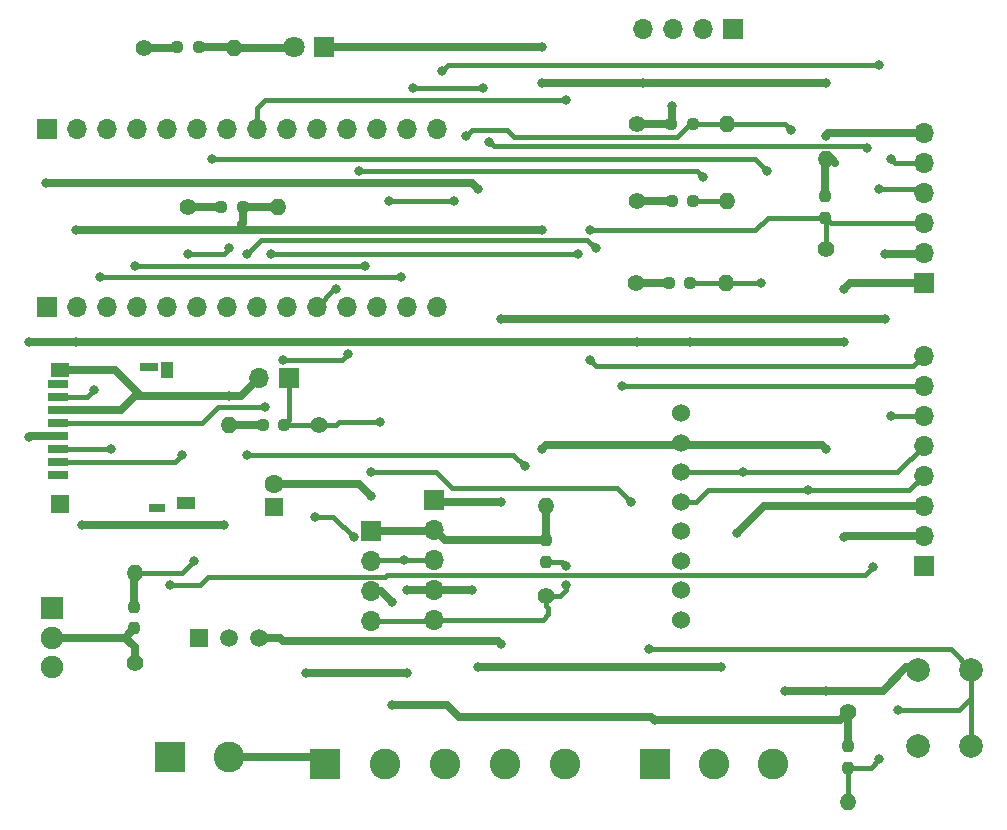
<source format=gbr>
%TF.GenerationSoftware,KiCad,Pcbnew,8.0.6-8.0.6-0~ubuntu24.04.1*%
%TF.CreationDate,2024-11-15T18:56:02-05:00*%
%TF.ProjectId,sweet-p,73776565-742d-4702-9e6b-696361645f70,rev?*%
%TF.SameCoordinates,Original*%
%TF.FileFunction,Copper,L1,Top*%
%TF.FilePolarity,Positive*%
%FSLAX46Y46*%
G04 Gerber Fmt 4.6, Leading zero omitted, Abs format (unit mm)*
G04 Created by KiCad (PCBNEW 8.0.6-8.0.6-0~ubuntu24.04.1) date 2024-11-15 18:56:02*
%MOMM*%
%LPD*%
G01*
G04 APERTURE LIST*
G04 Aperture macros list*
%AMRoundRect*
0 Rectangle with rounded corners*
0 $1 Rounding radius*
0 $2 $3 $4 $5 $6 $7 $8 $9 X,Y pos of 4 corners*
0 Add a 4 corners polygon primitive as box body*
4,1,4,$2,$3,$4,$5,$6,$7,$8,$9,$2,$3,0*
0 Add four circle primitives for the rounded corners*
1,1,$1+$1,$2,$3*
1,1,$1+$1,$4,$5*
1,1,$1+$1,$6,$7*
1,1,$1+$1,$8,$9*
0 Add four rect primitives between the rounded corners*
20,1,$1+$1,$2,$3,$4,$5,0*
20,1,$1+$1,$4,$5,$6,$7,0*
20,1,$1+$1,$6,$7,$8,$9,0*
20,1,$1+$1,$8,$9,$2,$3,0*%
G04 Aperture macros list end*
%TA.AperFunction,ComponentPad*%
%ADD10C,2.000000*%
%TD*%
%TA.AperFunction,ComponentPad*%
%ADD11C,1.400000*%
%TD*%
%TA.AperFunction,ComponentPad*%
%ADD12O,1.400000X1.400000*%
%TD*%
%TA.AperFunction,SMDPad,CuDef*%
%ADD13RoundRect,0.237500X-0.237500X0.250000X-0.237500X-0.250000X0.237500X-0.250000X0.237500X0.250000X0*%
%TD*%
%TA.AperFunction,ComponentPad*%
%ADD14R,1.900000X1.900000*%
%TD*%
%TA.AperFunction,ComponentPad*%
%ADD15C,1.900000*%
%TD*%
%TA.AperFunction,ComponentPad*%
%ADD16R,1.700000X1.700000*%
%TD*%
%TA.AperFunction,ComponentPad*%
%ADD17O,1.700000X1.700000*%
%TD*%
%TA.AperFunction,ComponentPad*%
%ADD18R,1.800000X1.800000*%
%TD*%
%TA.AperFunction,ComponentPad*%
%ADD19C,1.800000*%
%TD*%
%TA.AperFunction,ComponentPad*%
%ADD20R,2.600000X2.600000*%
%TD*%
%TA.AperFunction,ComponentPad*%
%ADD21C,2.600000*%
%TD*%
%TA.AperFunction,SMDPad,CuDef*%
%ADD22RoundRect,0.237500X0.237500X-0.250000X0.237500X0.250000X-0.237500X0.250000X-0.237500X-0.250000X0*%
%TD*%
%TA.AperFunction,ComponentPad*%
%ADD23R,1.508000X1.508000*%
%TD*%
%TA.AperFunction,ComponentPad*%
%ADD24C,1.508000*%
%TD*%
%TA.AperFunction,ComponentPad*%
%ADD25R,1.600000X1.600000*%
%TD*%
%TA.AperFunction,ComponentPad*%
%ADD26C,1.600000*%
%TD*%
%TA.AperFunction,ComponentPad*%
%ADD27C,1.524000*%
%TD*%
%TA.AperFunction,SMDPad,CuDef*%
%ADD28R,1.750000X0.700000*%
%TD*%
%TA.AperFunction,SMDPad,CuDef*%
%ADD29R,1.500000X1.300000*%
%TD*%
%TA.AperFunction,SMDPad,CuDef*%
%ADD30R,1.500000X0.800000*%
%TD*%
%TA.AperFunction,SMDPad,CuDef*%
%ADD31R,1.400000X0.800000*%
%TD*%
%TA.AperFunction,SMDPad,CuDef*%
%ADD32R,1.500000X1.500000*%
%TD*%
%TA.AperFunction,SMDPad,CuDef*%
%ADD33R,1.550000X1.000000*%
%TD*%
%TA.AperFunction,SMDPad,CuDef*%
%ADD34R,1.000000X1.450000*%
%TD*%
%TA.AperFunction,SMDPad,CuDef*%
%ADD35RoundRect,0.237500X0.250000X0.237500X-0.250000X0.237500X-0.250000X-0.237500X0.250000X-0.237500X0*%
%TD*%
%TA.AperFunction,SMDPad,CuDef*%
%ADD36RoundRect,0.237500X-0.250000X-0.237500X0.250000X-0.237500X0.250000X0.237500X-0.250000X0.237500X0*%
%TD*%
%TA.AperFunction,ViaPad*%
%ADD37C,0.800000*%
%TD*%
%TA.AperFunction,Conductor*%
%ADD38C,0.400000*%
%TD*%
%TA.AperFunction,Conductor*%
%ADD39C,0.700000*%
%TD*%
G04 APERTURE END LIST*
D10*
%TO.P,SW1,1,1*%
%TO.N,A5*%
X106800000Y-78200000D03*
X106800000Y-84700000D03*
%TO.P,SW1,2,2*%
%TO.N,GND*%
X102300000Y-78200000D03*
X102300000Y-84700000D03*
%TD*%
D11*
%TO.P,R4,1*%
%TO.N,+3V3*%
X96400000Y-81790000D03*
D12*
%TO.P,R4,2*%
%TO.N,A5*%
X96400000Y-89410000D03*
%TD*%
D13*
%TO.P,R3,1*%
%TO.N,+3V3*%
X96400000Y-84687500D03*
%TO.P,R3,2*%
%TO.N,A5*%
X96400000Y-86512500D03*
%TD*%
D14*
%TO.P,S2,1*%
%TO.N,Net-(U8-+VIN)*%
X29000000Y-73000000D03*
D15*
%TO.P,S2,2*%
%TO.N,VEXT*%
X29000000Y-75500000D03*
%TO.P,S2,3*%
%TO.N,unconnected-(S2-Pad3)*%
X29000000Y-78000000D03*
%TD*%
D16*
%TO.P,U1,1,VDD*%
%TO.N,5V_DC*%
X61310000Y-63832500D03*
D17*
%TO.P,U1,2,GND*%
%TO.N,GND*%
X61310000Y-66372500D03*
%TO.P,U1,3,DELAY*%
%TO.N,Net-(J3-Pin_2)*%
X61310000Y-68912500D03*
%TO.P,U1,4,DRIVE*%
%TO.N,5V_TIMER*%
X61310000Y-71452500D03*
%TO.P,U1,5,DONE*%
%TO.N,DONE*%
X61310000Y-73992500D03*
%TD*%
D11*
%TO.P,R19,1*%
%TO.N,DONE*%
X70810000Y-72002500D03*
D12*
%TO.P,R19,2*%
%TO.N,GND*%
X70810000Y-64382500D03*
%TD*%
D18*
%TO.P,D1,1,K*%
%TO.N,GND*%
X52040000Y-25500000D03*
D19*
%TO.P,D1,2,A*%
%TO.N,Net-(D1-A)*%
X49500000Y-25500000D03*
%TD*%
D11*
%TO.P,R6,1*%
%TO.N,+3V3*%
X78380000Y-45500000D03*
D12*
%TO.P,R6,2*%
%TO.N,ONEWIRE_11*%
X86000000Y-45500000D03*
%TD*%
D20*
%TO.P,J2,1,Pin_1*%
%TO.N,VEXT*%
X39000000Y-85600000D03*
D21*
%TO.P,J2,2,Pin_2*%
%TO.N,GND*%
X44000000Y-85600000D03*
%TD*%
D22*
%TO.P,R14,1*%
%TO.N,VEXT*%
X35950000Y-74722500D03*
%TO.P,R14,2*%
%TO.N,BATT_A1*%
X35950000Y-72897500D03*
%TD*%
D20*
%TO.P,J1,1,Pin_1*%
%TO.N,+3V3*%
X80000000Y-86200000D03*
D21*
%TO.P,J1,2,Pin_2*%
%TO.N,ONEWIRE_11*%
X85000000Y-86200000D03*
%TO.P,J1,3,Pin_3*%
%TO.N,GND*%
X90000000Y-86200000D03*
%TD*%
D23*
%TO.P,U8,1,+VIN*%
%TO.N,Net-(U8-+VIN)*%
X41420000Y-75500000D03*
D24*
%TO.P,U8,2,GND*%
%TO.N,GND*%
X43960000Y-75500000D03*
%TO.P,U8,3,+VOUT*%
%TO.N,5V_DC*%
X46500000Y-75500000D03*
%TD*%
D25*
%TO.P,C2,1*%
%TO.N,5V_TIMER*%
X47750000Y-64455113D03*
D26*
%TO.P,C2,2*%
%TO.N,GND*%
X47750000Y-62455113D03*
%TD*%
D22*
%TO.P,R20,1*%
%TO.N,DONE*%
X70810000Y-69065000D03*
%TO.P,R20,2*%
%TO.N,GND*%
X70810000Y-67240000D03*
%TD*%
D27*
%TO.P,U7,1,VIN*%
%TO.N,+3V3*%
X82200000Y-56500000D03*
%TO.P,U7,2,GND*%
%TO.N,GND*%
X82200000Y-59000000D03*
%TO.P,U7,3,SCL*%
%TO.N,SCL*%
X82200000Y-61500000D03*
%TO.P,U7,4,SDA*%
%TO.N,SDA*%
X82200000Y-64000000D03*
%TO.P,U7,5,VBAT*%
%TO.N,unconnected-(U7-VBAT-Pad5)*%
X82200000Y-66500000D03*
%TO.P,U7,6,32K*%
%TO.N,unconnected-(U7-32K-Pad6)*%
X82200000Y-69000000D03*
%TO.P,U7,7,SQW*%
%TO.N,unconnected-(U7-SQW-Pad7)*%
X82200000Y-71500000D03*
%TO.P,U7,8,RST*%
%TO.N,unconnected-(U7-RST-Pad8)*%
X82200000Y-74000000D03*
%TD*%
D28*
%TO.P,J10,1,DAT2*%
%TO.N,unconnected-(J10-DAT2-Pad1)*%
X29500000Y-61700000D03*
%TO.P,J10,2,DAT3/CD*%
%TO.N,SD_CS*%
X29500000Y-60600000D03*
%TO.P,J10,3,CMD*%
%TO.N,MOSI*%
X29500000Y-59500000D03*
%TO.P,J10,4,VDD*%
%TO.N,+3V3*%
X29500000Y-58400000D03*
%TO.P,J10,5,CLK*%
%TO.N,SCK*%
X29500000Y-57300000D03*
%TO.P,J10,6,VSS*%
%TO.N,GND*%
X29500000Y-56200000D03*
%TO.P,J10,7,DAT0*%
%TO.N,MISO*%
X29500000Y-55100000D03*
%TO.P,J10,8,DAT1*%
%TO.N,unconnected-(J10-DAT1-Pad8)*%
X29500000Y-54000000D03*
D29*
%TO.P,J10,9,SHIELD*%
%TO.N,GND*%
X29625000Y-52800000D03*
D30*
%TO.P,J10,10*%
%TO.N,N/C*%
X37225000Y-52550000D03*
D31*
%TO.P,J10,11*%
X37875000Y-64500000D03*
D32*
%TO.P,J10,12*%
X29625000Y-64150000D03*
D33*
%TO.P,J10,A*%
X40300000Y-64100000D03*
D34*
%TO.P,J10,B*%
X38725000Y-52875000D03*
%TD*%
D11*
%TO.P,R17,1*%
%TO.N,SAT_EN*%
X94500000Y-42620000D03*
D12*
%TO.P,R17,2*%
%TO.N,GND*%
X94500000Y-35000000D03*
%TD*%
D11*
%TO.P,R13,1*%
%TO.N,VEXT*%
X36000000Y-77620000D03*
D12*
%TO.P,R13,2*%
%TO.N,BATT_A1*%
X36000000Y-70000000D03*
%TD*%
D22*
%TO.P,R18,1*%
%TO.N,SAT_EN*%
X94450000Y-39932500D03*
%TO.P,R18,2*%
%TO.N,GND*%
X94450000Y-38107500D03*
%TD*%
D16*
%TO.P,J6,1,Pin_1*%
%TO.N,Net-(J3-Pin_2)*%
X49040000Y-53500000D03*
D17*
%TO.P,J6,2,Pin_2*%
%TO.N,GND*%
X46500000Y-53500000D03*
%TD*%
D16*
%TO.P,J3,1,Pin_1*%
%TO.N,GND*%
X56000000Y-66500000D03*
D17*
%TO.P,J3,2,Pin_2*%
%TO.N,Net-(J3-Pin_2)*%
X56000000Y-69040000D03*
%TO.P,J3,3,Pin_3*%
%TO.N,+3V3*%
X56000000Y-71580000D03*
%TO.P,J3,4,Pin_4*%
%TO.N,DONE*%
X56000000Y-74120000D03*
%TD*%
D11*
%TO.P,R7,1*%
%TO.N,LED*%
X36800000Y-25600000D03*
D12*
%TO.P,R7,2*%
%TO.N,Net-(D1-A)*%
X44420000Y-25600000D03*
%TD*%
D35*
%TO.P,R1,1*%
%TO.N,Net-(J3-Pin_2)*%
X48642500Y-57500000D03*
%TO.P,R1,2*%
%TO.N,GND*%
X46817500Y-57500000D03*
%TD*%
D11*
%TO.P,R12,1*%
%TO.N,+3V3*%
X78500000Y-38500000D03*
D12*
%TO.P,R12,2*%
%TO.N,SCL*%
X86120000Y-38500000D03*
%TD*%
D36*
%TO.P,R16,1*%
%TO.N,BATT_A1*%
X43287500Y-39050000D03*
%TO.P,R16,2*%
%TO.N,GND*%
X45112500Y-39050000D03*
%TD*%
D16*
%TO.P,A2,1,RESET*%
%TO.N,unconnected-(A2-RESET-Pad1)*%
X28520000Y-47500000D03*
D17*
%TO.P,A2,2,3V*%
%TO.N,+3V3*%
X31060000Y-47500000D03*
%TO.P,A2,3,EN*%
%TO.N,unconnected-(A2-EN-Pad3)*%
X33600000Y-47500000D03*
%TO.P,A2,4,VHI*%
%TO.N,VHI*%
X36140000Y-47500000D03*
%TO.P,A2,5,A0*%
%TO.N,A0*%
X38680000Y-47500000D03*
%TO.P,A2,6,A1*%
%TO.N,BATT_A1*%
X41220000Y-47500000D03*
%TO.P,A2,7,A2*%
%TO.N,A2*%
X43760000Y-47500000D03*
%TO.P,A2,8,A3*%
%TO.N,A3*%
X46300000Y-47500000D03*
%TO.P,A2,9,A4*%
%TO.N,TX_A4*%
X48840000Y-47500000D03*
%TO.P,A2,10,A5*%
%TO.N,A5*%
X51380000Y-47500000D03*
%TO.P,A2,11,SCK*%
%TO.N,SCK*%
X53920000Y-47500000D03*
%TO.P,A2,12,M0*%
%TO.N,MOSI*%
X56460000Y-47500000D03*
%TO.P,A2,13,MI*%
%TO.N,MISO*%
X59000000Y-47500000D03*
%TO.P,A2,14,D2*%
%TO.N,RX_D2*%
X61540000Y-47500000D03*
%TO.P,A2,15,RX*%
%TO.N,RX*%
X61570000Y-32465000D03*
%TO.P,A2,16,TX*%
%TO.N,TX*%
X59030000Y-32465000D03*
%TO.P,A2,17,SDA*%
%TO.N,SDA*%
X56490000Y-32465000D03*
%TO.P,A2,18,SCL*%
%TO.N,SCL*%
X53950000Y-32465000D03*
%TO.P,A2,19,5!*%
%TO.N,unconnected-(A2-5!-Pad19)*%
X51410000Y-32465000D03*
%TO.P,A2,20,7*%
%TO.N,DONE*%
X48870000Y-32465000D03*
%TO.P,A2,21,9*%
%TO.N,SAT_EN*%
X46330000Y-32465000D03*
%TO.P,A2,22,10*%
%TO.N,SD_CS*%
X43790000Y-32465000D03*
%TO.P,A2,23,11*%
%TO.N,ONEWIRE_11*%
X41250000Y-32465000D03*
%TO.P,A2,24,12*%
%TO.N,D12*%
X38710000Y-32465000D03*
%TO.P,A2,25,13*%
%TO.N,LED*%
X36170000Y-32465000D03*
%TO.P,A2,26,USB*%
%TO.N,unconnected-(A2-USB-Pad26)*%
X33630000Y-32465000D03*
%TO.P,A2,27,GND*%
%TO.N,GND*%
X31090000Y-32465000D03*
D16*
%TO.P,A2,28,BAT*%
%TO.N,5V_TIMER*%
X28550000Y-32465000D03*
%TD*%
D11*
%TO.P,R2,1*%
%TO.N,Net-(J3-Pin_2)*%
X51540000Y-57500000D03*
D12*
%TO.P,R2,2*%
%TO.N,GND*%
X43920000Y-57500000D03*
%TD*%
D36*
%TO.P,R5,1*%
%TO.N,+3V3*%
X81175000Y-45500000D03*
%TO.P,R5,2*%
%TO.N,ONEWIRE_11*%
X83000000Y-45500000D03*
%TD*%
D16*
%TO.P,J7,1,Pin_1*%
%TO.N,+3V3*%
X102800000Y-45500000D03*
D17*
%TO.P,J7,2,Pin_2*%
%TO.N,5V_DC*%
X102800000Y-42960000D03*
%TO.P,J7,3,Pin_3*%
%TO.N,SAT_EN*%
X102800000Y-40420000D03*
%TO.P,J7,4,Pin_4*%
%TO.N,TX*%
X102800000Y-37880000D03*
%TO.P,J7,5,Pin_5*%
%TO.N,RX*%
X102800000Y-35340000D03*
%TO.P,J7,6,Pin_6*%
%TO.N,GND*%
X102800000Y-32800000D03*
%TD*%
D11*
%TO.P,R9,1*%
%TO.N,+3V3*%
X78500000Y-32000000D03*
D12*
%TO.P,R9,2*%
%TO.N,SDA*%
X86120000Y-32000000D03*
%TD*%
D36*
%TO.P,R10,1*%
%TO.N,+3V3*%
X81397500Y-32000000D03*
%TO.P,R10,2*%
%TO.N,SDA*%
X83222500Y-32000000D03*
%TD*%
D17*
%TO.P,J8,8,Pin_8*%
%TO.N,A3*%
X102762000Y-51638000D03*
%TO.P,J8,7,Pin_7*%
%TO.N,A2*%
X102762000Y-54178000D03*
%TO.P,J8,6,Pin_6*%
%TO.N,A0*%
X102762000Y-56718000D03*
%TO.P,J8,5,Pin_5*%
%TO.N,SCL*%
X102762000Y-59258000D03*
%TO.P,J8,4,Pin_4*%
%TO.N,SDA*%
X102762000Y-61798000D03*
%TO.P,J8,3,Pin_3*%
%TO.N,5V_TIMER*%
X102762000Y-64338000D03*
%TO.P,J8,2,Pin_2*%
%TO.N,+3V3*%
X102762000Y-66878000D03*
D16*
%TO.P,J8,1,Pin_1*%
%TO.N,GND*%
X102762000Y-69418000D03*
%TD*%
D36*
%TO.P,R8,1*%
%TO.N,LED*%
X39587500Y-25500000D03*
%TO.P,R8,2*%
%TO.N,Net-(D1-A)*%
X41412500Y-25500000D03*
%TD*%
%TO.P,R11,1*%
%TO.N,+3V3*%
X81432500Y-38500000D03*
%TO.P,R11,2*%
%TO.N,SCL*%
X83257500Y-38500000D03*
%TD*%
D17*
%TO.P,U4,1,GND*%
%TO.N,GND*%
X79000000Y-24000000D03*
%TO.P,U4,2,3V3*%
%TO.N,+3V3*%
X81540000Y-24000000D03*
%TO.P,U4,3,SCL*%
%TO.N,SCL*%
X84080000Y-24000000D03*
D16*
%TO.P,U4,4,SDA*%
%TO.N,SDA*%
X86620000Y-24000000D03*
%TD*%
D20*
%TO.P,J5,1,Pin_1*%
%TO.N,GND*%
X52080000Y-86200000D03*
D21*
%TO.P,J5,2,Pin_2*%
%TO.N,+3V3*%
X57160000Y-86200000D03*
%TO.P,J5,3,Pin_3*%
%TO.N,RX_D2*%
X62240000Y-86200000D03*
%TO.P,J5,4,Pin_4*%
%TO.N,TX_A4*%
X67320000Y-86200000D03*
%TO.P,J5,5,Pin_5*%
%TO.N,D12*%
X72400000Y-86200000D03*
%TD*%
D11*
%TO.P,R15,1*%
%TO.N,BATT_A1*%
X40500000Y-39000000D03*
D12*
%TO.P,R15,2*%
%TO.N,GND*%
X48120000Y-39000000D03*
%TD*%
D37*
%TO.N,A2*%
X77200000Y-54178000D03*
%TO.N,A5*%
X99000000Y-85800000D03*
X100600000Y-81600000D03*
%TO.N,TX*%
X98000000Y-34000000D03*
%TO.N,5V_TIMER*%
X87000000Y-66600000D03*
X85600000Y-78000000D03*
%TO.N,A0*%
X98500000Y-69500000D03*
X100000000Y-56718000D03*
%TO.N,SDA*%
X91500000Y-32500000D03*
X93000000Y-63000000D03*
%TO.N,SCL*%
X87500000Y-61500000D03*
%TO.N,A3*%
X74500000Y-52000000D03*
%TO.N,RX*%
X99000000Y-27000000D03*
X100000000Y-35000000D03*
%TO.N,TX*%
X99000000Y-37500000D03*
%TO.N,GND*%
X94500000Y-33000000D03*
%TO.N,+3V3*%
X96000000Y-46000000D03*
%TO.N,5V_DC*%
X99500000Y-43000000D03*
X99500000Y-48500000D03*
%TO.N,A5*%
X79500000Y-76500000D03*
X78000000Y-64000000D03*
%TO.N,5V_TIMER*%
X65000000Y-78000000D03*
%TO.N,+3V3*%
X96000000Y-67000000D03*
%TO.N,GND*%
X91000000Y-80000000D03*
X94500000Y-80000000D03*
%TO.N,+3V3*%
X80000000Y-82500000D03*
X57750000Y-81200000D03*
%TO.N,A2*%
X75000000Y-42500000D03*
X45500000Y-43000000D03*
%TO.N,A5*%
X56000000Y-61500000D03*
X53000000Y-46000000D03*
%TO.N,TX*%
X65500000Y-29000000D03*
X66000000Y-33500000D03*
X59500000Y-29000000D03*
%TO.N,RX*%
X62000000Y-27500000D03*
%TO.N,SAT_EN*%
X74500000Y-41000000D03*
X72500000Y-30000000D03*
%TO.N,GND*%
X70500000Y-59500000D03*
X56000000Y-63500000D03*
X31000000Y-41000000D03*
X94500000Y-59500000D03*
X70500000Y-41000000D03*
X44000000Y-55000000D03*
X70500000Y-25500000D03*
X70500000Y-28500000D03*
X94500000Y-28500000D03*
X79000000Y-28500000D03*
%TO.N,+3V3*%
X96000000Y-50500000D03*
X83000000Y-50500000D03*
X78500000Y-50500000D03*
X31000000Y-50500000D03*
X27000000Y-58500000D03*
X57750000Y-72500000D03*
X27000000Y-50500000D03*
X81500000Y-30500000D03*
%TO.N,SDA*%
X64000000Y-33000000D03*
X63000000Y-38500000D03*
X57500000Y-38500000D03*
%TO.N,SCL*%
X84080000Y-36460000D03*
X55000000Y-36000000D03*
%TO.N,SD_CS*%
X40000000Y-60000000D03*
X44000000Y-42500000D03*
X40500000Y-43000000D03*
%TO.N,MOSI*%
X36000000Y-44000000D03*
X34000000Y-59500000D03*
X55500000Y-44000000D03*
%TO.N,SCK*%
X48500000Y-52000000D03*
X47000000Y-56000000D03*
X54000000Y-51500000D03*
%TO.N,MISO*%
X58500000Y-45000000D03*
X33000000Y-45000000D03*
X32500000Y-54500000D03*
%TO.N,DONE*%
X54500000Y-67000000D03*
X72500000Y-71002500D03*
X72500000Y-69402500D03*
X51250000Y-65250000D03*
%TO.N,Net-(J3-Pin_2)*%
X56750000Y-57250000D03*
X58750000Y-68912500D03*
%TO.N,TX_A4*%
X69000000Y-61000000D03*
X45500000Y-60000000D03*
%TO.N,5V_TIMER*%
X50500000Y-78500000D03*
X65000000Y-37500000D03*
X64500000Y-71500000D03*
X28500000Y-37000000D03*
X59000000Y-78500000D03*
X59000000Y-71500000D03*
%TO.N,ONEWIRE_11*%
X42500000Y-35000000D03*
X89000000Y-45500000D03*
X89500000Y-36000000D03*
%TO.N,BATT_A1*%
X41000000Y-69000000D03*
%TO.N,A3*%
X73500000Y-43000000D03*
X47500000Y-43000000D03*
%TO.N,A0*%
X39000000Y-71000000D03*
%TO.N,5V_DC*%
X67000000Y-64000000D03*
X67000000Y-48500000D03*
X67000000Y-76000000D03*
%TO.N,Net-(U8-+VIN)*%
X43500000Y-66000000D03*
X31500000Y-66000000D03*
%TD*%
D38*
%TO.N,A2*%
X102762000Y-54178000D02*
X77200000Y-54178000D01*
%TO.N,A5*%
X79500000Y-76500000D02*
X105100000Y-76500000D01*
X105100000Y-76500000D02*
X106800000Y-78200000D01*
X106800000Y-80600000D02*
X106800000Y-79600000D01*
X106800000Y-79600000D02*
X106800000Y-78200000D01*
X106800000Y-84700000D02*
X106800000Y-79600000D01*
X105800000Y-81600000D02*
X106800000Y-80600000D01*
X100600000Y-81600000D02*
X105800000Y-81600000D01*
X96400000Y-86512500D02*
X98287500Y-86512500D01*
X98287500Y-86512500D02*
X99000000Y-85800000D01*
%TO.N,SAT_EN*%
X102800000Y-40420000D02*
X94937500Y-40420000D01*
X94937500Y-40420000D02*
X94450000Y-39932500D01*
%TO.N,A5*%
X96400000Y-86512500D02*
X96400000Y-89410000D01*
D39*
%TO.N,5V_TIMER*%
X89262000Y-64338000D02*
X87000000Y-66600000D01*
X85600000Y-78000000D02*
X65000000Y-78000000D01*
X102762000Y-64338000D02*
X89262000Y-64338000D01*
D38*
%TO.N,A0*%
X82669183Y-70202500D02*
X97797500Y-70202500D01*
X97797500Y-70202500D02*
X98500000Y-69500000D01*
X102762000Y-56718000D02*
X100000000Y-56718000D01*
%TO.N,SDA*%
X91000000Y-32000000D02*
X91500000Y-32500000D01*
X86120000Y-32000000D02*
X91000000Y-32000000D01*
X101560000Y-63000000D02*
X93000000Y-63000000D01*
X93000000Y-63000000D02*
X84500000Y-63000000D01*
%TO.N,SCL*%
X82200000Y-61500000D02*
X87500000Y-61500000D01*
X87500000Y-61500000D02*
X100520000Y-61500000D01*
%TO.N,SDA*%
X102762000Y-61798000D02*
X101560000Y-63000000D01*
X84500000Y-63000000D02*
X83500000Y-64000000D01*
X83500000Y-64000000D02*
X82200000Y-64000000D01*
%TO.N,SCL*%
X100520000Y-61500000D02*
X102762000Y-59258000D01*
%TO.N,A3*%
X74500000Y-52000000D02*
X75000000Y-52500000D01*
X75000000Y-52500000D02*
X101900000Y-52500000D01*
X101900000Y-52500000D02*
X102762000Y-51638000D01*
%TO.N,RX*%
X102800000Y-35340000D02*
X100340000Y-35340000D01*
X100340000Y-35340000D02*
X100000000Y-35000000D01*
X99000000Y-27000000D02*
X62500000Y-27000000D01*
X62500000Y-27000000D02*
X62000000Y-27500000D01*
%TO.N,TX*%
X102420000Y-37500000D02*
X102800000Y-37880000D01*
X99000000Y-37500000D02*
X102420000Y-37500000D01*
X66400000Y-33900000D02*
X97900000Y-33900000D01*
X97900000Y-33900000D02*
X98000000Y-34000000D01*
D39*
%TO.N,GND*%
X102800000Y-32800000D02*
X94700000Y-32800000D01*
X94700000Y-32800000D02*
X94500000Y-33000000D01*
%TO.N,+3V3*%
X96500000Y-45500000D02*
X96000000Y-46000000D01*
X102800000Y-45500000D02*
X96500000Y-45500000D01*
%TO.N,5V_DC*%
X99460000Y-48500000D02*
X99500000Y-48500000D01*
X102760000Y-43000000D02*
X102800000Y-42960000D01*
X99500000Y-43000000D02*
X102760000Y-43000000D01*
D38*
%TO.N,A5*%
X76838000Y-62838000D02*
X78000000Y-64000000D01*
X62886000Y-62838000D02*
X76838000Y-62838000D01*
X62862000Y-62862000D02*
X62886000Y-62838000D01*
D39*
%TO.N,+3V3*%
X102762000Y-66878000D02*
X96122000Y-66878000D01*
X96122000Y-66878000D02*
X96000000Y-67000000D01*
%TO.N,GND*%
X94500000Y-80000000D02*
X99300000Y-80000000D01*
X99300000Y-80000000D02*
X101300000Y-78000000D01*
X91000000Y-80000000D02*
X94500000Y-80000000D01*
%TO.N,+3V3*%
X96400000Y-81790000D02*
X96400000Y-84687500D01*
X80000000Y-82500000D02*
X95690000Y-82500000D01*
X95690000Y-82500000D02*
X96400000Y-81790000D01*
X79700000Y-82200000D02*
X80000000Y-82500000D01*
X70400000Y-82200000D02*
X79700000Y-82200000D01*
X63400000Y-82200000D02*
X70400000Y-82200000D01*
X57750000Y-81200000D02*
X62400000Y-81200000D01*
X62400000Y-81200000D02*
X63400000Y-82200000D01*
%TO.N,GND*%
X44000000Y-85600000D02*
X51480000Y-85600000D01*
X51480000Y-85600000D02*
X52080000Y-86200000D01*
D38*
%TO.N,A2*%
X74300000Y-41800000D02*
X46700000Y-41800000D01*
X46700000Y-41800000D02*
X45500000Y-43000000D01*
%TO.N,A0*%
X102762000Y-56718000D02*
X102480000Y-57000000D01*
%TO.N,A2*%
X75000000Y-42500000D02*
X74300000Y-41800000D01*
%TO.N,A5*%
X61500000Y-61500000D02*
X56000000Y-61500000D01*
X53000000Y-46000000D02*
X52880000Y-46000000D01*
X52880000Y-46000000D02*
X51380000Y-47500000D01*
X62862000Y-62862000D02*
X61500000Y-61500000D01*
%TO.N,TX*%
X66400000Y-33900000D02*
X66000000Y-33500000D01*
X65500000Y-29000000D02*
X59500000Y-29000000D01*
%TO.N,SAT_EN*%
X88500000Y-41000000D02*
X74500000Y-41000000D01*
X94450000Y-39932500D02*
X89567500Y-39932500D01*
X89567500Y-39932500D02*
X88500000Y-41000000D01*
X46330000Y-30670000D02*
X46330000Y-32465000D01*
X72500000Y-30000000D02*
X47000000Y-30000000D01*
X94500000Y-42620000D02*
X94500000Y-39982500D01*
X47000000Y-30000000D02*
X46330000Y-30670000D01*
X94500000Y-39982500D02*
X94450000Y-39932500D01*
X102500000Y-40120000D02*
X102800000Y-40420000D01*
D39*
%TO.N,GND*%
X34800000Y-56200000D02*
X36000000Y-55000000D01*
X45112500Y-40387500D02*
X45112500Y-39050000D01*
X79000000Y-28500000D02*
X94500000Y-28500000D01*
X29625000Y-52800000D02*
X34300000Y-52800000D01*
X79000000Y-28500000D02*
X70500000Y-28500000D01*
X62240000Y-67240000D02*
X70810000Y-67240000D01*
X47750000Y-62455113D02*
X54955113Y-62455113D01*
X83310000Y-59200000D02*
X70800000Y-59200000D01*
X36000000Y-55000000D02*
X36500000Y-55000000D01*
X34300000Y-52800000D02*
X36500000Y-55000000D01*
X61182500Y-66500000D02*
X61310000Y-66372500D01*
X52040000Y-25500000D02*
X70500000Y-25500000D01*
X36500000Y-55000000D02*
X44000000Y-55000000D01*
X70810000Y-67240000D02*
X70810000Y-64382500D01*
X45000000Y-40500000D02*
X45112500Y-40387500D01*
X94450000Y-35050000D02*
X94500000Y-35000000D01*
X95000000Y-35000000D02*
X95300000Y-35300000D01*
X45112500Y-39050000D02*
X48070000Y-39050000D01*
X61372500Y-66372500D02*
X62240000Y-67240000D01*
X45000000Y-41000000D02*
X70500000Y-41000000D01*
X94450000Y-38107500D02*
X94450000Y-35050000D01*
X45000000Y-41000000D02*
X45000000Y-40500000D01*
X48070000Y-39050000D02*
X48120000Y-39000000D01*
X94200000Y-59200000D02*
X94500000Y-59500000D01*
X56000000Y-66500000D02*
X61182500Y-66500000D01*
X94500000Y-35000000D02*
X95000000Y-35000000D01*
X31000000Y-41000000D02*
X45000000Y-41000000D01*
X83310000Y-59200000D02*
X94200000Y-59200000D01*
X54955113Y-62455113D02*
X56000000Y-63500000D01*
X45000000Y-55000000D02*
X46500000Y-53500000D01*
X44000000Y-55000000D02*
X45000000Y-55000000D01*
X70800000Y-59200000D02*
X70500000Y-59500000D01*
X29500000Y-56200000D02*
X34800000Y-56200000D01*
X43920000Y-57500000D02*
X46817500Y-57500000D01*
X61310000Y-66372500D02*
X61372500Y-66372500D01*
%TO.N,+3V3*%
X83000000Y-50500000D02*
X96000000Y-50500000D01*
X81397500Y-32000000D02*
X78500000Y-32000000D01*
X56830000Y-71580000D02*
X57750000Y-72500000D01*
X56000000Y-71580000D02*
X56830000Y-71580000D01*
X78380000Y-45500000D02*
X81175000Y-45500000D01*
X81432500Y-38500000D02*
X78500000Y-38500000D01*
X103300000Y-46000000D02*
X102800000Y-45500000D01*
X27000000Y-50500000D02*
X31000000Y-50500000D01*
X81500000Y-31897500D02*
X81397500Y-32000000D01*
X27100000Y-58400000D02*
X27000000Y-58500000D01*
X29500000Y-58400000D02*
X27100000Y-58400000D01*
X78500000Y-50500000D02*
X83000000Y-50500000D01*
X81500000Y-30500000D02*
X81500000Y-31897500D01*
X31000000Y-50500000D02*
X78500000Y-50500000D01*
D38*
%TO.N,5V_TIMER*%
X102562000Y-64138000D02*
X102762000Y-64338000D01*
%TO.N,SDA*%
X81902456Y-33100000D02*
X68100000Y-33100000D01*
X82000799Y-33001657D02*
X81902456Y-33100000D01*
X68100000Y-33100000D02*
X67500000Y-32500000D01*
X67500000Y-32500000D02*
X64500000Y-32500000D01*
X83222500Y-32000000D02*
X86120000Y-32000000D01*
X64500000Y-32500000D02*
X64000000Y-33000000D01*
X83002456Y-32000000D02*
X82000799Y-33001657D01*
X63000000Y-38500000D02*
X57500000Y-38500000D01*
X83222500Y-32000000D02*
X83002456Y-32000000D01*
%TO.N,SCL*%
X83620000Y-36000000D02*
X84080000Y-36460000D01*
X83257500Y-38500000D02*
X86120000Y-38500000D01*
X55000000Y-36000000D02*
X83620000Y-36000000D01*
%TO.N,SD_CS*%
X29500000Y-60600000D02*
X39400000Y-60600000D01*
X39400000Y-60600000D02*
X40000000Y-60000000D01*
X43500000Y-43000000D02*
X44000000Y-42500000D01*
X40500000Y-43000000D02*
X43500000Y-43000000D01*
%TO.N,MOSI*%
X34000000Y-59500000D02*
X29500000Y-59500000D01*
X55500000Y-44000000D02*
X36000000Y-44000000D01*
%TO.N,SCK*%
X41700000Y-57300000D02*
X43000000Y-56000000D01*
X48500000Y-52000000D02*
X53500000Y-52000000D01*
X43000000Y-56000000D02*
X47000000Y-56000000D01*
X53500000Y-52000000D02*
X54000000Y-51500000D01*
X29500000Y-57300000D02*
X41700000Y-57300000D01*
%TO.N,MISO*%
X31900000Y-55100000D02*
X32500000Y-54500000D01*
X33000000Y-45000000D02*
X58500000Y-45000000D01*
X29500000Y-55100000D02*
X31900000Y-55100000D01*
%TO.N,DONE*%
X56000000Y-74120000D02*
X61182500Y-74120000D01*
X70810000Y-72810000D02*
X70810000Y-72002500D01*
X61310000Y-73992500D02*
X70507500Y-73992500D01*
X71000000Y-73000000D02*
X70810000Y-72810000D01*
X71997500Y-72002500D02*
X70810000Y-72002500D01*
X70507500Y-73992500D02*
X71000000Y-73500000D01*
X51250000Y-65250000D02*
X52750000Y-65250000D01*
X61182500Y-74120000D02*
X61310000Y-73992500D01*
X72500000Y-71002500D02*
X72500000Y-71500000D01*
X70810000Y-69065000D02*
X72162500Y-69065000D01*
X52750000Y-65250000D02*
X54500000Y-67000000D01*
X71000000Y-73500000D02*
X71000000Y-73000000D01*
X72162500Y-69065000D02*
X72500000Y-69402500D01*
X72500000Y-71500000D02*
X71997500Y-72002500D01*
D39*
%TO.N,LED*%
X36800000Y-25600000D02*
X39487500Y-25600000D01*
X39487500Y-25600000D02*
X39587500Y-25500000D01*
%TO.N,VEXT*%
X35172500Y-75500000D02*
X36000000Y-76327500D01*
X36000000Y-76327500D02*
X36000000Y-77620000D01*
X29000000Y-75500000D02*
X35172500Y-75500000D01*
X35172500Y-75500000D02*
X35950000Y-74722500D01*
%TO.N,Net-(D1-A)*%
X44320000Y-25500000D02*
X44420000Y-25600000D01*
X44420000Y-25600000D02*
X49400000Y-25600000D01*
X49400000Y-25600000D02*
X49500000Y-25500000D01*
X41412500Y-25500000D02*
X44320000Y-25500000D01*
D38*
%TO.N,Net-(J3-Pin_2)*%
X51540000Y-57500000D02*
X48642500Y-57500000D01*
X61310000Y-68912500D02*
X58750000Y-68912500D01*
X58750000Y-68912500D02*
X56127500Y-68912500D01*
X53250000Y-57250000D02*
X53000000Y-57500000D01*
X49040000Y-53500000D02*
X49040000Y-57102500D01*
X49040000Y-57102500D02*
X48642500Y-57500000D01*
X53000000Y-57500000D02*
X51540000Y-57500000D01*
X56750000Y-57250000D02*
X53250000Y-57250000D01*
X56127500Y-68912500D02*
X56000000Y-69040000D01*
%TO.N,TX_A4*%
X45500000Y-60000000D02*
X68000000Y-60000000D01*
X68000000Y-60000000D02*
X69000000Y-61000000D01*
D39*
%TO.N,5V_TIMER*%
X64500000Y-71500000D02*
X61357500Y-71500000D01*
X50500000Y-78500000D02*
X59000000Y-78500000D01*
X61262500Y-71500000D02*
X61310000Y-71452500D01*
X64500000Y-37000000D02*
X65000000Y-37500000D01*
X59000000Y-71500000D02*
X61262500Y-71500000D01*
X61357500Y-71500000D02*
X61310000Y-71452500D01*
X28500000Y-37000000D02*
X64500000Y-37000000D01*
D38*
%TO.N,ONEWIRE_11*%
X86000000Y-45500000D02*
X83000000Y-45500000D01*
X42500000Y-35000000D02*
X88500000Y-35000000D01*
X88500000Y-35000000D02*
X89500000Y-36000000D01*
X89000000Y-45500000D02*
X86000000Y-45500000D01*
D39*
%TO.N,BATT_A1*%
X43237500Y-39000000D02*
X43287500Y-39050000D01*
X35950000Y-70050000D02*
X36000000Y-70000000D01*
D38*
X36000000Y-70000000D02*
X40000000Y-70000000D01*
D39*
X35950000Y-72897500D02*
X35950000Y-70050000D01*
D38*
X40000000Y-70000000D02*
X41000000Y-69000000D01*
D39*
X40500000Y-39000000D02*
X43237500Y-39000000D01*
D38*
%TO.N,A3*%
X73500000Y-43000000D02*
X47500000Y-43000000D01*
%TO.N,A2*%
X102762000Y-54178000D02*
X102440000Y-54500000D01*
%TO.N,A0*%
X42170000Y-70330000D02*
X41500000Y-71000000D01*
X57297500Y-70202500D02*
X57170000Y-70330000D01*
X41500000Y-71000000D02*
X39000000Y-71000000D01*
X57170000Y-70330000D02*
X42170000Y-70330000D01*
X82669183Y-70202500D02*
X57297500Y-70202500D01*
D39*
%TO.N,5V_DC*%
X48540000Y-75750000D02*
X48290000Y-75500000D01*
X48290000Y-75500000D02*
X46500000Y-75500000D01*
X61477500Y-64000000D02*
X61310000Y-63832500D01*
X48540000Y-75750000D02*
X66750000Y-75750000D01*
X66750000Y-75750000D02*
X67000000Y-76000000D01*
X67000000Y-48500000D02*
X99460000Y-48500000D01*
X67000000Y-64000000D02*
X61477500Y-64000000D01*
%TO.N,Net-(U8-+VIN)*%
X31500000Y-66000000D02*
X43500000Y-66000000D01*
%TD*%
M02*

</source>
